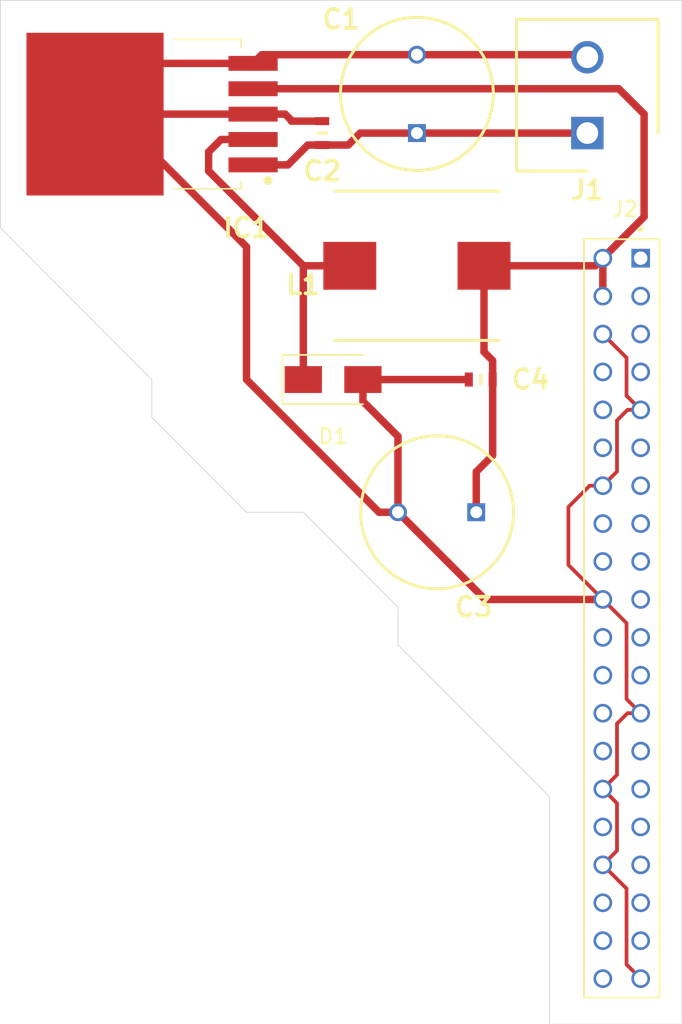
<source format=kicad_pcb>
(kicad_pcb (version 20171130) (host pcbnew "(5.1.5)-3")

  (general
    (thickness 1.6)
    (drawings 14)
    (tracks 80)
    (zones 0)
    (modules 9)
    (nets 35)
  )

  (page A4)
  (layers
    (0 F.Cu signal)
    (31 B.Cu signal)
    (32 B.Adhes user)
    (33 F.Adhes user)
    (34 B.Paste user)
    (35 F.Paste user)
    (36 B.SilkS user)
    (37 F.SilkS user)
    (38 B.Mask user)
    (39 F.Mask user)
    (40 Dwgs.User user)
    (41 Cmts.User user)
    (42 Eco1.User user)
    (43 Eco2.User user)
    (44 Edge.Cuts user)
    (45 Margin user)
    (46 B.CrtYd user)
    (47 F.CrtYd user)
    (48 B.Fab user)
    (49 F.Fab user)
  )

  (setup
    (last_trace_width 0.25)
    (user_trace_width 0.25)
    (user_trace_width 0.5)
    (trace_clearance 0.2)
    (zone_clearance 0.508)
    (zone_45_only no)
    (trace_min 0.2)
    (via_size 0.8)
    (via_drill 0.4)
    (via_min_size 0.4)
    (via_min_drill 0.3)
    (uvia_size 0.3)
    (uvia_drill 0.1)
    (uvias_allowed no)
    (uvia_min_size 0.2)
    (uvia_min_drill 0.1)
    (edge_width 0.05)
    (segment_width 0.2)
    (pcb_text_width 0.3)
    (pcb_text_size 1.5 1.5)
    (mod_edge_width 0.12)
    (mod_text_size 1 1)
    (mod_text_width 0.15)
    (pad_size 1.524 1.524)
    (pad_drill 0.762)
    (pad_to_mask_clearance 0.051)
    (solder_mask_min_width 0.25)
    (aux_axis_origin 0 0)
    (visible_elements FFFFFF7F)
    (pcbplotparams
      (layerselection 0x010fc_ffffffff)
      (usegerberextensions false)
      (usegerberattributes false)
      (usegerberadvancedattributes false)
      (creategerberjobfile false)
      (excludeedgelayer true)
      (linewidth 0.100000)
      (plotframeref false)
      (viasonmask false)
      (mode 1)
      (useauxorigin false)
      (hpglpennumber 1)
      (hpglpenspeed 20)
      (hpglpendiameter 15.000000)
      (psnegative false)
      (psa4output false)
      (plotreference true)
      (plotvalue true)
      (plotinvisibletext false)
      (padsonsilk false)
      (subtractmaskfromsilk false)
      (outputformat 1)
      (mirror false)
      (drillshape 1)
      (scaleselection 1)
      (outputdirectory ""))
  )

  (net 0 "")
  (net 1 GND)
  (net 2 /5V_Reg/V_In)
  (net 3 /5V_Reg/V_Out)
  (net 4 "Net-(D1-Pad1)")
  (net 5 "Net-(J2-Pad1)")
  (net 6 "Net-(J2-Pad3)")
  (net 7 "Net-(J2-Pad5)")
  (net 8 "Net-(J2-Pad7)")
  (net 9 "Net-(J2-Pad8)")
  (net 10 "Net-(J2-Pad10)")
  (net 11 "Net-(J2-Pad11)")
  (net 12 "Net-(J2-Pad12)")
  (net 13 "Net-(J2-Pad13)")
  (net 14 "Net-(J2-Pad15)")
  (net 15 "Net-(J2-Pad16)")
  (net 16 "Net-(J2-Pad17)")
  (net 17 "Net-(J2-Pad18)")
  (net 18 "Net-(J2-Pad19)")
  (net 19 "Net-(J2-Pad21)")
  (net 20 "Net-(J2-Pad22)")
  (net 21 "Net-(J2-Pad23)")
  (net 22 "Net-(J2-Pad24)")
  (net 23 "Net-(J2-Pad26)")
  (net 24 "Net-(J2-Pad27)")
  (net 25 "Net-(J2-Pad28)")
  (net 26 "Net-(J2-Pad29)")
  (net 27 "Net-(J2-Pad31)")
  (net 28 "Net-(J2-Pad32)")
  (net 29 "Net-(J2-Pad33)")
  (net 30 "Net-(J2-Pad35)")
  (net 31 "Net-(J2-Pad36)")
  (net 32 "Net-(J2-Pad37)")
  (net 33 "Net-(J2-Pad38)")
  (net 34 "Net-(J2-Pad40)")

  (net_class Default "This is the default net class."
    (clearance 0.2)
    (trace_width 0.25)
    (via_dia 0.8)
    (via_drill 0.4)
    (uvia_dia 0.3)
    (uvia_drill 0.1)
    (add_net /5V_Reg/V_In)
    (add_net /5V_Reg/V_Out)
    (add_net GND)
    (add_net "Net-(D1-Pad1)")
    (add_net "Net-(J2-Pad1)")
    (add_net "Net-(J2-Pad10)")
    (add_net "Net-(J2-Pad11)")
    (add_net "Net-(J2-Pad12)")
    (add_net "Net-(J2-Pad13)")
    (add_net "Net-(J2-Pad15)")
    (add_net "Net-(J2-Pad16)")
    (add_net "Net-(J2-Pad17)")
    (add_net "Net-(J2-Pad18)")
    (add_net "Net-(J2-Pad19)")
    (add_net "Net-(J2-Pad21)")
    (add_net "Net-(J2-Pad22)")
    (add_net "Net-(J2-Pad23)")
    (add_net "Net-(J2-Pad24)")
    (add_net "Net-(J2-Pad26)")
    (add_net "Net-(J2-Pad27)")
    (add_net "Net-(J2-Pad28)")
    (add_net "Net-(J2-Pad29)")
    (add_net "Net-(J2-Pad3)")
    (add_net "Net-(J2-Pad31)")
    (add_net "Net-(J2-Pad32)")
    (add_net "Net-(J2-Pad33)")
    (add_net "Net-(J2-Pad35)")
    (add_net "Net-(J2-Pad36)")
    (add_net "Net-(J2-Pad37)")
    (add_net "Net-(J2-Pad38)")
    (add_net "Net-(J2-Pad40)")
    (add_net "Net-(J2-Pad5)")
    (add_net "Net-(J2-Pad7)")
    (add_net "Net-(J2-Pad8)")
  )

  (net_class 3A ""
    (clearance 0.2)
    (trace_width 0.5)
    (via_dia 0.8)
    (via_drill 0.4)
    (uvia_dia 0.3)
    (uvia_drill 0.1)
  )

  (module SamacSys_Parts:INDPM110100X400N (layer F.Cu) (tedit 0) (tstamp 613BB49E)
    (at 201.93 68.58)
    (descr SRP1038A-470M)
    (tags Inductor)
    (path /613D21F8/613C4D09)
    (attr smd)
    (fp_text reference L1 (at -7.62 1.27) (layer F.SilkS)
      (effects (font (size 1.27 1.27) (thickness 0.254)))
    )
    (fp_text value 47uH (at 0 0) (layer F.SilkS) hide
      (effects (font (size 1.27 1.27) (thickness 0.254)))
    )
    (fp_line (start -5.5 5) (end 5.5 5) (layer F.SilkS) (width 0.2))
    (fp_line (start 5.5 -5) (end -5.5 -5) (layer F.SilkS) (width 0.2))
    (fp_line (start -5.5 5) (end -5.5 -5) (layer F.Fab) (width 0.1))
    (fp_line (start 5.5 5) (end -5.5 5) (layer F.Fab) (width 0.1))
    (fp_line (start 5.5 -5) (end 5.5 5) (layer F.Fab) (width 0.1))
    (fp_line (start -5.5 -5) (end 5.5 -5) (layer F.Fab) (width 0.1))
    (fp_line (start -6.525 5.4) (end -6.525 -5.4) (layer F.CrtYd) (width 0.05))
    (fp_line (start 6.525 5.4) (end -6.525 5.4) (layer F.CrtYd) (width 0.05))
    (fp_line (start 6.525 -5.4) (end 6.525 5.4) (layer F.CrtYd) (width 0.05))
    (fp_line (start -6.525 -5.4) (end 6.525 -5.4) (layer F.CrtYd) (width 0.05))
    (fp_text user %R (at 0 0) (layer F.Fab)
      (effects (font (size 1.27 1.27) (thickness 0.254)))
    )
    (pad 2 smd rect (at 4.5 0 90) (size 3.2 3.55) (layers F.Cu F.Paste F.Mask)
      (net 3 /5V_Reg/V_Out))
    (pad 1 smd rect (at -4.5 0 90) (size 3.2 3.55) (layers F.Cu F.Paste F.Mask)
      (net 4 "Net-(D1-Pad1)"))
    (model C:\SamacSys_PCB_Library\KiCad\SamacSys_Parts.3dshapes\SRP1038A-470M.stp
      (at (xyz 0 0 0))
      (scale (xyz 1 1 1))
      (rotate (xyz 0 0 0))
    )
  )

  (module SamacSys_Parts:TE_2-215309-0 (layer F.Cu) (tedit 613A5BB8) (tstamp 613BB48D)
    (at 216.94 68.07 270)
    (path /613E71D7)
    (fp_text reference J2 (at -3.3 1.04 180) (layer F.SilkS)
      (effects (font (size 1 1) (thickness 0.15)))
    )
    (fp_text value 2-215309-0 (at 5.985 5.415 90) (layer F.Fab)
      (effects (font (size 1 1) (thickness 0.15)))
    )
    (fp_line (start -1.27 3.8) (end -1.27 -1.26) (layer F.Fab) (width 0.127))
    (fp_line (start -1.27 -1.26) (end 49.53 -1.26) (layer F.Fab) (width 0.127))
    (fp_line (start 49.53 -1.26) (end 49.53 3.8) (layer F.Fab) (width 0.127))
    (fp_line (start 49.53 3.8) (end -1.27 3.8) (layer F.Fab) (width 0.127))
    (fp_line (start -1.27 3.8) (end -1.27 3.8) (layer F.Fab) (width 0.127))
    (fp_line (start -1.27 3.8) (end 49.53 3.8) (layer F.Fab) (width 0.127))
    (fp_line (start 49.53 3.8) (end 49.53 3.8) (layer F.Fab) (width 0.127))
    (fp_line (start -1.27 3.8) (end -1.27 -1.26) (layer F.SilkS) (width 0.127))
    (fp_line (start 49.53 -1.26) (end 49.53 3.8) (layer F.SilkS) (width 0.127))
    (fp_line (start 49.53 -1.26) (end -1.27 -1.26) (layer F.SilkS) (width 0.127))
    (fp_line (start 49.53 3.8) (end -1.27 3.8) (layer F.SilkS) (width 0.127))
    (fp_line (start -1.52 4.05) (end -1.52 -1.51) (layer F.CrtYd) (width 0.05))
    (fp_line (start -1.52 -1.51) (end 49.78 -1.51) (layer F.CrtYd) (width 0.05))
    (fp_line (start 49.78 -1.51) (end 49.78 4.05) (layer F.CrtYd) (width 0.05))
    (fp_line (start 49.78 4.05) (end -1.52 4.05) (layer F.CrtYd) (width 0.05))
    (fp_circle (center -1.92 0) (end -1.82 0) (layer F.SilkS) (width 0.2))
    (fp_circle (center -1.92 0) (end -1.82 0) (layer F.Fab) (width 0.2))
    (pad 1 thru_hole rect (at 0 0 270) (size 1.25 1.25) (drill 0.9) (layers *.Cu *.Mask)
      (net 5 "Net-(J2-Pad1)"))
    (pad 2 thru_hole circle (at 0 2.54 270) (size 1.25 1.25) (drill 0.9) (layers *.Cu *.Mask)
      (net 3 /5V_Reg/V_Out))
    (pad 3 thru_hole circle (at 2.54 0 270) (size 1.25 1.25) (drill 0.9) (layers *.Cu *.Mask)
      (net 6 "Net-(J2-Pad3)"))
    (pad 4 thru_hole circle (at 2.54 2.54 270) (size 1.25 1.25) (drill 0.9) (layers *.Cu *.Mask)
      (net 3 /5V_Reg/V_Out))
    (pad 5 thru_hole circle (at 5.08 0 270) (size 1.25 1.25) (drill 0.9) (layers *.Cu *.Mask)
      (net 7 "Net-(J2-Pad5)"))
    (pad 6 thru_hole circle (at 5.08 2.54 270) (size 1.25 1.25) (drill 0.9) (layers *.Cu *.Mask)
      (net 1 GND))
    (pad 7 thru_hole circle (at 7.62 0 270) (size 1.25 1.25) (drill 0.9) (layers *.Cu *.Mask)
      (net 8 "Net-(J2-Pad7)"))
    (pad 8 thru_hole circle (at 7.62 2.54 270) (size 1.25 1.25) (drill 0.9) (layers *.Cu *.Mask)
      (net 9 "Net-(J2-Pad8)"))
    (pad 9 thru_hole circle (at 10.16 0 270) (size 1.25 1.25) (drill 0.9) (layers *.Cu *.Mask)
      (net 1 GND))
    (pad 10 thru_hole circle (at 10.16 2.54 270) (size 1.25 1.25) (drill 0.9) (layers *.Cu *.Mask)
      (net 10 "Net-(J2-Pad10)"))
    (pad 11 thru_hole circle (at 12.7 0 270) (size 1.25 1.25) (drill 0.9) (layers *.Cu *.Mask)
      (net 11 "Net-(J2-Pad11)"))
    (pad 12 thru_hole circle (at 12.7 2.54 270) (size 1.25 1.25) (drill 0.9) (layers *.Cu *.Mask)
      (net 12 "Net-(J2-Pad12)"))
    (pad 13 thru_hole circle (at 15.24 0 270) (size 1.25 1.25) (drill 0.9) (layers *.Cu *.Mask)
      (net 13 "Net-(J2-Pad13)"))
    (pad 14 thru_hole circle (at 15.24 2.54 270) (size 1.25 1.25) (drill 0.9) (layers *.Cu *.Mask)
      (net 1 GND))
    (pad 15 thru_hole circle (at 17.78 0 270) (size 1.25 1.25) (drill 0.9) (layers *.Cu *.Mask)
      (net 14 "Net-(J2-Pad15)"))
    (pad 16 thru_hole circle (at 17.78 2.54 270) (size 1.25 1.25) (drill 0.9) (layers *.Cu *.Mask)
      (net 15 "Net-(J2-Pad16)"))
    (pad 17 thru_hole circle (at 20.32 0 270) (size 1.25 1.25) (drill 0.9) (layers *.Cu *.Mask)
      (net 16 "Net-(J2-Pad17)"))
    (pad 18 thru_hole circle (at 20.32 2.54 270) (size 1.25 1.25) (drill 0.9) (layers *.Cu *.Mask)
      (net 17 "Net-(J2-Pad18)"))
    (pad 19 thru_hole circle (at 22.86 0 270) (size 1.25 1.25) (drill 0.9) (layers *.Cu *.Mask)
      (net 18 "Net-(J2-Pad19)"))
    (pad 20 thru_hole circle (at 22.86 2.54 270) (size 1.25 1.25) (drill 0.9) (layers *.Cu *.Mask)
      (net 1 GND))
    (pad 21 thru_hole circle (at 25.4 0 270) (size 1.25 1.25) (drill 0.9) (layers *.Cu *.Mask)
      (net 19 "Net-(J2-Pad21)"))
    (pad 22 thru_hole circle (at 25.4 2.54 270) (size 1.25 1.25) (drill 0.9) (layers *.Cu *.Mask)
      (net 20 "Net-(J2-Pad22)"))
    (pad 23 thru_hole circle (at 27.94 0 270) (size 1.25 1.25) (drill 0.9) (layers *.Cu *.Mask)
      (net 21 "Net-(J2-Pad23)"))
    (pad 24 thru_hole circle (at 27.94 2.54 270) (size 1.25 1.25) (drill 0.9) (layers *.Cu *.Mask)
      (net 22 "Net-(J2-Pad24)"))
    (pad 25 thru_hole circle (at 30.48 0 270) (size 1.25 1.25) (drill 0.9) (layers *.Cu *.Mask)
      (net 1 GND))
    (pad 26 thru_hole circle (at 30.48 2.54 270) (size 1.25 1.25) (drill 0.9) (layers *.Cu *.Mask)
      (net 23 "Net-(J2-Pad26)"))
    (pad 27 thru_hole circle (at 33.02 0 270) (size 1.25 1.25) (drill 0.9) (layers *.Cu *.Mask)
      (net 24 "Net-(J2-Pad27)"))
    (pad 28 thru_hole circle (at 33.02 2.54 270) (size 1.25 1.25) (drill 0.9) (layers *.Cu *.Mask)
      (net 25 "Net-(J2-Pad28)"))
    (pad 29 thru_hole circle (at 35.56 0 270) (size 1.25 1.25) (drill 0.9) (layers *.Cu *.Mask)
      (net 26 "Net-(J2-Pad29)"))
    (pad 30 thru_hole circle (at 35.56 2.54 270) (size 1.25 1.25) (drill 0.9) (layers *.Cu *.Mask)
      (net 1 GND))
    (pad 31 thru_hole circle (at 38.1 0 270) (size 1.25 1.25) (drill 0.9) (layers *.Cu *.Mask)
      (net 27 "Net-(J2-Pad31)"))
    (pad 32 thru_hole circle (at 38.1 2.54 270) (size 1.25 1.25) (drill 0.9) (layers *.Cu *.Mask)
      (net 28 "Net-(J2-Pad32)"))
    (pad 33 thru_hole circle (at 40.64 0 270) (size 1.25 1.25) (drill 0.9) (layers *.Cu *.Mask)
      (net 29 "Net-(J2-Pad33)"))
    (pad 34 thru_hole circle (at 40.64 2.54 270) (size 1.25 1.25) (drill 0.9) (layers *.Cu *.Mask)
      (net 1 GND))
    (pad 35 thru_hole circle (at 43.18 0 270) (size 1.25 1.25) (drill 0.9) (layers *.Cu *.Mask)
      (net 30 "Net-(J2-Pad35)"))
    (pad 36 thru_hole circle (at 43.18 2.54 270) (size 1.25 1.25) (drill 0.9) (layers *.Cu *.Mask)
      (net 31 "Net-(J2-Pad36)"))
    (pad 37 thru_hole circle (at 45.72 0 270) (size 1.25 1.25) (drill 0.9) (layers *.Cu *.Mask)
      (net 32 "Net-(J2-Pad37)"))
    (pad 38 thru_hole circle (at 45.72 2.54 270) (size 1.25 1.25) (drill 0.9) (layers *.Cu *.Mask)
      (net 33 "Net-(J2-Pad38)"))
    (pad 39 thru_hole circle (at 48.26 0 270) (size 1.25 1.25) (drill 0.9) (layers *.Cu *.Mask)
      (net 1 GND))
    (pad 40 thru_hole circle (at 48.26 2.54 270) (size 1.25 1.25) (drill 0.9) (layers *.Cu *.Mask)
      (net 34 "Net-(J2-Pad40)"))
  )

  (module SamacSys_Parts:SHDR2W90P0X508_1X2_1016X950X1500P (layer F.Cu) (tedit 0) (tstamp 613BB450)
    (at 213.36 59.69 90)
    (descr "MC 1,5/ 2-G-3,81_a")
    (tags Connector)
    (path /613DE00D)
    (fp_text reference J1 (at -3.81 0 180) (layer F.SilkS)
      (effects (font (size 1.27 1.27) (thickness 0.254)))
    )
    (fp_text value 1888687 (at 0 0 90) (layer F.SilkS) hide
      (effects (font (size 1.27 1.27) (thickness 0.254)))
    )
    (fp_line (start -2.54 -4.75) (end -2.54 0) (layer F.SilkS) (width 0.2))
    (fp_line (start 7.62 -4.75) (end -2.54 -4.75) (layer F.SilkS) (width 0.2))
    (fp_line (start 7.62 4.75) (end 7.62 -4.75) (layer F.SilkS) (width 0.2))
    (fp_line (start 0 4.75) (end 7.62 4.75) (layer F.SilkS) (width 0.2))
    (fp_line (start 7.62 4.75) (end -2.54 4.75) (layer F.Fab) (width 0.1))
    (fp_line (start 7.62 -4.75) (end 7.62 4.75) (layer F.Fab) (width 0.1))
    (fp_line (start -2.54 -4.75) (end 7.62 -4.75) (layer F.Fab) (width 0.1))
    (fp_line (start -2.54 4.75) (end -2.54 -4.75) (layer F.Fab) (width 0.1))
    (fp_line (start 7.87 5) (end -2.79 5) (layer F.CrtYd) (width 0.05))
    (fp_line (start 7.87 -5) (end 7.87 5) (layer F.CrtYd) (width 0.05))
    (fp_line (start -2.79 -5) (end 7.87 -5) (layer F.CrtYd) (width 0.05))
    (fp_line (start -2.79 5) (end -2.79 -5) (layer F.CrtYd) (width 0.05))
    (fp_text user %R (at 0 0 90) (layer F.Fab)
      (effects (font (size 1.27 1.27) (thickness 0.254)))
    )
    (pad 2 thru_hole circle (at 5.08 0 90) (size 2.175 2.175) (drill 1.45) (layers *.Cu *.Mask)
      (net 1 GND))
    (pad 1 thru_hole rect (at 0 0 90) (size 2.175 2.175) (drill 1.45) (layers *.Cu *.Mask)
      (net 2 /5V_Reg/V_In))
    (model C:\SamacSys_PCB_Library\KiCad\SamacSys_Parts.3dshapes\1888687.stp
      (at (xyz 0 0 0))
      (scale (xyz 1 1 1))
      (rotate (xyz 0 0 0))
    )
  )

  (module SamacSys_Parts:TS2596CM550RNG (layer F.Cu) (tedit 0) (tstamp 613BB43D)
    (at 185.64 58.42 90)
    (descr "TS2596CM550 RNG-1")
    (tags "Integrated Circuit")
    (path /613D21F8/613C5862)
    (attr smd)
    (fp_text reference IC1 (at -7.62 4.86 180) (layer F.SilkS)
      (effects (font (size 1.27 1.27) (thickness 0.254)))
    )
    (fp_text value TS2596CM550_RNG (at 0 -1.475 90) (layer F.SilkS) hide
      (effects (font (size 1.27 1.27) (thickness 0.254)))
    )
    (fp_arc (start -4.45 6.3) (end -4.4 6.3) (angle -180) (layer F.SilkS) (width 0.5))
    (fp_arc (start -4.45 6.3) (end -4.5 6.3) (angle -180) (layer F.SilkS) (width 0.5))
    (fp_line (start -4.4 6.3) (end -4.4 6.3) (layer F.SilkS) (width 0.5))
    (fp_line (start -4.5 6.3) (end -4.5 6.3) (layer F.SilkS) (width 0.5))
    (fp_line (start 5 4.5) (end 4.5 4.5) (layer F.SilkS) (width 0.1))
    (fp_line (start 5 0) (end 5 4.5) (layer F.SilkS) (width 0.1))
    (fp_line (start -5 4.5) (end -4.5 4.5) (layer F.SilkS) (width 0.1))
    (fp_line (start -5 0) (end -5 4.5) (layer F.SilkS) (width 0.1))
    (fp_line (start -6.45 7.95) (end -6.45 -10.9) (layer F.CrtYd) (width 0.1))
    (fp_line (start 6.45 7.95) (end -6.45 7.95) (layer F.CrtYd) (width 0.1))
    (fp_line (start 6.45 -10.9) (end 6.45 7.95) (layer F.CrtYd) (width 0.1))
    (fp_line (start -6.45 -10.9) (end 6.45 -10.9) (layer F.CrtYd) (width 0.1))
    (fp_line (start -5 4.5) (end -5 -4.5) (layer F.Fab) (width 0.2))
    (fp_line (start 5 4.5) (end -5 4.5) (layer F.Fab) (width 0.2))
    (fp_line (start 5 -4.5) (end 5 4.5) (layer F.Fab) (width 0.2))
    (fp_line (start -5 -4.5) (end 5 -4.5) (layer F.Fab) (width 0.2))
    (fp_text user %R (at 0 -1.475 90) (layer F.Fab)
      (effects (font (size 1.27 1.27) (thickness 0.254)))
    )
    (pad 6 smd rect (at 0 -5.3 180) (size 9.2 10.9) (layers F.Cu F.Paste F.Mask)
      (net 1 GND))
    (pad 5 smd rect (at 3.4 5.3 90) (size 1 3.3) (layers F.Cu F.Paste F.Mask)
      (net 1 GND))
    (pad 4 smd rect (at 1.7 5.3 90) (size 1 3.3) (layers F.Cu F.Paste F.Mask)
      (net 3 /5V_Reg/V_Out))
    (pad 3 smd rect (at 0 5.3 90) (size 1 3.3) (layers F.Cu F.Paste F.Mask)
      (net 1 GND))
    (pad 2 smd rect (at -1.7 5.3 90) (size 1 3.3) (layers F.Cu F.Paste F.Mask)
      (net 4 "Net-(D1-Pad1)"))
    (pad 1 smd rect (at -3.4 5.3 90) (size 1 3.3) (layers F.Cu F.Paste F.Mask)
      (net 2 /5V_Reg/V_In))
    (model C:\SamacSys_PCB_Library\KiCad\SamacSys_Parts.3dshapes\TS2596CM550_RNG.stp
      (at (xyz 0 0 0))
      (scale (xyz 1 1 1))
      (rotate (xyz 0 0 0))
    )
  )

  (module Diode_SMD:D_SMA (layer F.Cu) (tedit 586432E5) (tstamp 613BB422)
    (at 196.31 76.2)
    (descr "Diode SMA (DO-214AC)")
    (tags "Diode SMA (DO-214AC)")
    (path /613D21F8/613A871A)
    (attr smd)
    (fp_text reference D1 (at 0 3.81) (layer F.SilkS)
      (effects (font (size 1 1) (thickness 0.15)))
    )
    (fp_text value "TSSA3U45 R3G" (at 0 2.6) (layer F.Fab)
      (effects (font (size 1 1) (thickness 0.15)))
    )
    (fp_line (start -3.4 -1.65) (end 2 -1.65) (layer F.SilkS) (width 0.12))
    (fp_line (start -3.4 1.65) (end 2 1.65) (layer F.SilkS) (width 0.12))
    (fp_line (start -0.64944 0.00102) (end 0.50118 -0.79908) (layer F.Fab) (width 0.1))
    (fp_line (start -0.64944 0.00102) (end 0.50118 0.75032) (layer F.Fab) (width 0.1))
    (fp_line (start 0.50118 0.75032) (end 0.50118 -0.79908) (layer F.Fab) (width 0.1))
    (fp_line (start -0.64944 -0.79908) (end -0.64944 0.80112) (layer F.Fab) (width 0.1))
    (fp_line (start 0.50118 0.00102) (end 1.4994 0.00102) (layer F.Fab) (width 0.1))
    (fp_line (start -0.64944 0.00102) (end -1.55114 0.00102) (layer F.Fab) (width 0.1))
    (fp_line (start -3.5 1.75) (end -3.5 -1.75) (layer F.CrtYd) (width 0.05))
    (fp_line (start 3.5 1.75) (end -3.5 1.75) (layer F.CrtYd) (width 0.05))
    (fp_line (start 3.5 -1.75) (end 3.5 1.75) (layer F.CrtYd) (width 0.05))
    (fp_line (start -3.5 -1.75) (end 3.5 -1.75) (layer F.CrtYd) (width 0.05))
    (fp_line (start 2.3 -1.5) (end -2.3 -1.5) (layer F.Fab) (width 0.1))
    (fp_line (start 2.3 -1.5) (end 2.3 1.5) (layer F.Fab) (width 0.1))
    (fp_line (start -2.3 1.5) (end -2.3 -1.5) (layer F.Fab) (width 0.1))
    (fp_line (start 2.3 1.5) (end -2.3 1.5) (layer F.Fab) (width 0.1))
    (fp_line (start -3.4 -1.65) (end -3.4 1.65) (layer F.SilkS) (width 0.12))
    (fp_text user %R (at 0 -2.5) (layer F.Fab)
      (effects (font (size 1 1) (thickness 0.15)))
    )
    (pad 2 smd rect (at 2 0) (size 2.5 1.8) (layers F.Cu F.Paste F.Mask)
      (net 1 GND))
    (pad 1 smd rect (at -2 0) (size 2.5 1.8) (layers F.Cu F.Paste F.Mask)
      (net 4 "Net-(D1-Pad1)"))
    (model ${KISYS3DMOD}/Diode_SMD.3dshapes/D_SMA.wrl
      (at (xyz 0 0 0))
      (scale (xyz 1 1 1))
      (rotate (xyz 0 0 0))
    )
  )

  (module SamacSys_Parts:CAPC1608X90N (layer F.Cu) (tedit 0) (tstamp 613BB40A)
    (at 206.21 76.2 180)
    (descr "CGA3 [EIA CC0603] Thickness 0.8")
    (tags Capacitor)
    (path /613D21F8/613BF939)
    (attr smd)
    (fp_text reference C4 (at -3.34 0) (layer F.SilkS)
      (effects (font (size 1.27 1.27) (thickness 0.254)))
    )
    (fp_text value 0.1uF (at 0 0) (layer F.SilkS) hide
      (effects (font (size 1.27 1.27) (thickness 0.254)))
    )
    (fp_line (start 0 -0.3) (end 0 0.3) (layer F.SilkS) (width 0.2))
    (fp_line (start -0.8 0.4) (end -0.8 -0.4) (layer F.Fab) (width 0.1))
    (fp_line (start 0.8 0.4) (end -0.8 0.4) (layer F.Fab) (width 0.1))
    (fp_line (start 0.8 -0.4) (end 0.8 0.4) (layer F.Fab) (width 0.1))
    (fp_line (start -0.8 -0.4) (end 0.8 -0.4) (layer F.Fab) (width 0.1))
    (fp_line (start -1.22 0.62) (end -1.22 -0.62) (layer F.CrtYd) (width 0.05))
    (fp_line (start 1.22 0.62) (end -1.22 0.62) (layer F.CrtYd) (width 0.05))
    (fp_line (start 1.22 -0.62) (end 1.22 0.62) (layer F.CrtYd) (width 0.05))
    (fp_line (start -1.22 -0.62) (end 1.22 -0.62) (layer F.CrtYd) (width 0.05))
    (fp_text user %R (at 0 0) (layer F.Fab)
      (effects (font (size 1.27 1.27) (thickness 0.254)))
    )
    (pad 2 smd rect (at 0.8 0 180) (size 0.54 0.94) (layers F.Cu F.Paste F.Mask)
      (net 1 GND))
    (pad 1 smd rect (at -0.8 0 180) (size 0.54 0.94) (layers F.Cu F.Paste F.Mask)
      (net 3 /5V_Reg/V_Out))
    (model C:\SamacSys_PCB_Library\KiCad\SamacSys_Parts.3dshapes\CGA3E2X7R1E104K080AA.stp
      (at (xyz 0 0 0))
      (scale (xyz 1 1 1))
      (rotate (xyz 0 0 0))
    )
  )

  (module SamacSys_Parts:CAPPRD525W60D1025H1750 (layer F.Cu) (tedit 0) (tstamp 613BB3FA)
    (at 205.91 85.09 180)
    (descr 10x16)
    (tags "Capacitor Polarised")
    (path /613D21F8/613CC4DB)
    (fp_text reference C3 (at 0.17 -6.35) (layer F.SilkS)
      (effects (font (size 1.27 1.27) (thickness 0.254)))
    )
    (fp_text value 470uF (at 0 0) (layer F.SilkS) hide
      (effects (font (size 1.27 1.27) (thickness 0.254)))
    )
    (fp_circle (center 2.625 0) (end 2.625 5.125) (layer F.Fab) (width 0.1))
    (fp_circle (center 2.625 0) (end 2.625 5.125) (layer F.SilkS) (width 0.2))
    (fp_text user %R (at 0 0) (layer F.Fab)
      (effects (font (size 1.27 1.27) (thickness 0.254)))
    )
    (pad 2 thru_hole circle (at 5.25 0 180) (size 1.2 1.2) (drill 0.8) (layers *.Cu *.Mask)
      (net 1 GND))
    (pad 1 thru_hole rect (at 0 0 180) (size 1.2 1.2) (drill 0.8) (layers *.Cu *.Mask)
      (net 3 /5V_Reg/V_Out))
    (model C:\SamacSys_PCB_Library\KiCad\SamacSys_Parts.3dshapes\477CKS035M.stp
      (at (xyz 0 0 0))
      (scale (xyz 1 1 1))
      (rotate (xyz 0 0 0))
    )
  )

  (module SamacSys_Parts:CAPC1608X90N (layer F.Cu) (tedit 0) (tstamp 613BB3F1)
    (at 195.58 59.69 90)
    (descr "CGA3 [EIA CC0603] Thickness 0.8")
    (tags Capacitor)
    (path /613D21F8/613CF5F2)
    (attr smd)
    (fp_text reference C2 (at -2.54 0 180) (layer F.SilkS)
      (effects (font (size 1.27 1.27) (thickness 0.254)))
    )
    (fp_text value 0.1uF (at 0 0 90) (layer F.SilkS) hide
      (effects (font (size 1.27 1.27) (thickness 0.254)))
    )
    (fp_line (start 0 -0.3) (end 0 0.3) (layer F.SilkS) (width 0.2))
    (fp_line (start -0.8 0.4) (end -0.8 -0.4) (layer F.Fab) (width 0.1))
    (fp_line (start 0.8 0.4) (end -0.8 0.4) (layer F.Fab) (width 0.1))
    (fp_line (start 0.8 -0.4) (end 0.8 0.4) (layer F.Fab) (width 0.1))
    (fp_line (start -0.8 -0.4) (end 0.8 -0.4) (layer F.Fab) (width 0.1))
    (fp_line (start -1.22 0.62) (end -1.22 -0.62) (layer F.CrtYd) (width 0.05))
    (fp_line (start 1.22 0.62) (end -1.22 0.62) (layer F.CrtYd) (width 0.05))
    (fp_line (start 1.22 -0.62) (end 1.22 0.62) (layer F.CrtYd) (width 0.05))
    (fp_line (start -1.22 -0.62) (end 1.22 -0.62) (layer F.CrtYd) (width 0.05))
    (fp_text user %R (at 0 0 90) (layer F.Fab)
      (effects (font (size 1.27 1.27) (thickness 0.254)))
    )
    (pad 2 smd rect (at 0.8 0 90) (size 0.54 0.94) (layers F.Cu F.Paste F.Mask)
      (net 1 GND))
    (pad 1 smd rect (at -0.8 0 90) (size 0.54 0.94) (layers F.Cu F.Paste F.Mask)
      (net 2 /5V_Reg/V_In))
    (model C:\SamacSys_PCB_Library\KiCad\SamacSys_Parts.3dshapes\CGA3E2X7R1E104K080AA.stp
      (at (xyz 0 0 0))
      (scale (xyz 1 1 1))
      (rotate (xyz 0 0 0))
    )
  )

  (module SamacSys_Parts:CAPPRD525W60D1025H1750 (layer F.Cu) (tedit 0) (tstamp 613BB3E1)
    (at 201.93 59.69 90)
    (descr 10x16)
    (tags "Capacitor Polarised")
    (path /613D21F8/613C361F)
    (fp_text reference C1 (at 7.62 -5.08 180) (layer F.SilkS)
      (effects (font (size 1.27 1.27) (thickness 0.254)))
    )
    (fp_text value 470uF (at 0 0 90) (layer F.SilkS) hide
      (effects (font (size 1.27 1.27) (thickness 0.254)))
    )
    (fp_circle (center 2.625 0) (end 2.625 5.125) (layer F.Fab) (width 0.1))
    (fp_circle (center 2.625 0) (end 2.625 5.125) (layer F.SilkS) (width 0.2))
    (fp_text user %R (at 0 0 90) (layer F.Fab)
      (effects (font (size 1.27 1.27) (thickness 0.254)))
    )
    (pad 2 thru_hole circle (at 5.25 0 90) (size 1.2 1.2) (drill 0.8) (layers *.Cu *.Mask)
      (net 1 GND))
    (pad 1 thru_hole rect (at 0 0 90) (size 1.2 1.2) (drill 0.8) (layers *.Cu *.Mask)
      (net 2 /5V_Reg/V_In))
    (model C:\SamacSys_PCB_Library\KiCad\SamacSys_Parts.3dshapes\477CKS035M.stp
      (at (xyz 0 0 0))
      (scale (xyz 1 1 1))
      (rotate (xyz 0 0 0))
    )
  )

  (gr_line (start 194.31 85.09) (end 190.5 85.09) (layer Edge.Cuts) (width 0.05) (tstamp 613BC304))
  (gr_line (start 189.23 83.82) (end 190.5 85.09) (layer Edge.Cuts) (width 0.05))
  (gr_line (start 195.58 86.36) (end 194.31 85.09) (layer Edge.Cuts) (width 0.05))
  (gr_line (start 184.15 78.74) (end 189.23 83.82) (layer Edge.Cuts) (width 0.05))
  (gr_line (start 200.66 91.44) (end 195.58 86.36) (layer Edge.Cuts) (width 0.05))
  (gr_line (start 184.15 76.2) (end 184.15 78.74) (layer Edge.Cuts) (width 0.05))
  (gr_line (start 173.99 66.04) (end 184.15 76.2) (layer Edge.Cuts) (width 0.05))
  (gr_line (start 200.66 93.98) (end 200.66 91.44) (layer Edge.Cuts) (width 0.05))
  (gr_line (start 210.82 104.14) (end 200.66 93.98) (layer Edge.Cuts) (width 0.05))
  (gr_line (start 219.71 119.38) (end 210.82 119.38) (layer Edge.Cuts) (width 0.05) (tstamp 613BC300))
  (gr_line (start 173.99 50.8) (end 173.99 66.04) (layer Edge.Cuts) (width 0.05))
  (gr_line (start 210.82 119.38) (end 210.82 104.14) (layer Edge.Cuts) (width 0.05))
  (gr_line (start 219.71 119.38) (end 219.71 50.8) (layer Edge.Cuts) (width 0.05) (tstamp 613B9A6D))
  (gr_line (start 219.71 50.8) (end 173.99 50.8) (layer Edge.Cuts) (width 0.05))

  (segment (start 213.19 54.44) (end 213.36 54.61) (width 0.5) (layer F.Cu) (net 1))
  (segment (start 201.93 54.44) (end 213.19 54.44) (width 0.5) (layer F.Cu) (net 1))
  (segment (start 195.58 58.89) (end 193.51 58.89) (width 0.5) (layer F.Cu) (net 1))
  (segment (start 193.09 58.42) (end 190.94 58.42) (width 0.5) (layer F.Cu) (net 1))
  (segment (start 193.51 58.84) (end 193.09 58.42) (width 0.5) (layer F.Cu) (net 1))
  (segment (start 193.51 58.89) (end 193.51 58.84) (width 0.5) (layer F.Cu) (net 1))
  (segment (start 191.52 54.44) (end 190.94 55.02) (width 0.5) (layer F.Cu) (net 1))
  (segment (start 201.93 54.44) (end 191.52 54.44) (width 0.5) (layer F.Cu) (net 1))
  (segment (start 183.74 55.02) (end 180.34 58.42) (width 0.5) (layer F.Cu) (net 1))
  (segment (start 190.94 55.02) (end 183.74 55.02) (width 0.5) (layer F.Cu) (net 1))
  (segment (start 180.34 58.42) (end 190.94 58.42) (width 0.5) (layer F.Cu) (net 1))
  (segment (start 205.41 76.2) (end 198.31 76.2) (width 0.5) (layer F.Cu) (net 1))
  (segment (start 198.12 76.39) (end 198.31 76.2) (width 0.5) (layer F.Cu) (net 1))
  (segment (start 190.5 67.31) (end 181.61 58.42) (width 0.5) (layer F.Cu) (net 1))
  (segment (start 190.5 76.2) (end 190.5 67.31) (width 0.5) (layer F.Cu) (net 1))
  (segment (start 181.61 58.42) (end 180.34 58.42) (width 0.5) (layer F.Cu) (net 1))
  (segment (start 200.66 85.09) (end 199.39 85.09) (width 0.5) (layer F.Cu) (net 1))
  (segment (start 199.39 85.09) (end 190.5 76.2) (width 0.5) (layer F.Cu) (net 1))
  (segment (start 200.66 85.09) (end 200.66 80.01) (width 0.5) (layer F.Cu) (net 1))
  (segment (start 198.31 77.66) (end 198.31 76.2) (width 0.5) (layer F.Cu) (net 1))
  (segment (start 200.66 80.01) (end 198.31 77.66) (width 0.5) (layer F.Cu) (net 1))
  (segment (start 206.5 90.93) (end 214.4 90.93) (width 0.5) (layer F.Cu) (net 1))
  (segment (start 200.66 85.09) (end 206.5 90.93) (width 0.5) (layer F.Cu) (net 1))
  (segment (start 215.989999 77.279999) (end 216.315001 77.605001) (width 0.25) (layer F.Cu) (net 1))
  (segment (start 215.989999 74.739999) (end 215.989999 77.279999) (width 0.25) (layer F.Cu) (net 1))
  (segment (start 216.315001 77.605001) (end 216.94 78.23) (width 0.25) (layer F.Cu) (net 1))
  (segment (start 214.4 73.15) (end 215.989999 74.739999) (width 0.25) (layer F.Cu) (net 1))
  (segment (start 215.024999 82.685001) (end 214.4 83.31) (width 0.25) (layer F.Cu) (net 1))
  (segment (start 215.350001 82.359999) (end 215.024999 82.685001) (width 0.25) (layer F.Cu) (net 1))
  (segment (start 216.056117 78.23) (end 215.350001 78.936116) (width 0.25) (layer F.Cu) (net 1))
  (segment (start 215.350001 78.936116) (end 215.350001 82.359999) (width 0.25) (layer F.Cu) (net 1))
  (segment (start 216.94 78.23) (end 216.056117 78.23) (width 0.25) (layer F.Cu) (net 1))
  (segment (start 213.516117 83.31) (end 212.09 84.736117) (width 0.25) (layer F.Cu) (net 1))
  (segment (start 214.4 83.31) (end 213.516117 83.31) (width 0.25) (layer F.Cu) (net 1))
  (segment (start 212.09 88.62) (end 214.4 90.93) (width 0.25) (layer F.Cu) (net 1))
  (segment (start 212.09 84.736117) (end 212.09 88.62) (width 0.25) (layer F.Cu) (net 1))
  (segment (start 215.989999 97.599999) (end 216.315001 97.925001) (width 0.25) (layer F.Cu) (net 1))
  (segment (start 215.989999 92.519999) (end 215.989999 97.599999) (width 0.25) (layer F.Cu) (net 1))
  (segment (start 216.315001 97.925001) (end 216.94 98.55) (width 0.25) (layer F.Cu) (net 1))
  (segment (start 214.4 90.93) (end 215.989999 92.519999) (width 0.25) (layer F.Cu) (net 1))
  (segment (start 215.350001 99.256116) (end 215.350001 102.679999) (width 0.25) (layer F.Cu) (net 1))
  (segment (start 216.056117 98.55) (end 215.350001 99.256116) (width 0.25) (layer F.Cu) (net 1))
  (segment (start 215.024999 103.005001) (end 214.4 103.63) (width 0.25) (layer F.Cu) (net 1))
  (segment (start 215.350001 102.679999) (end 215.024999 103.005001) (width 0.25) (layer F.Cu) (net 1))
  (segment (start 216.94 98.55) (end 216.056117 98.55) (width 0.25) (layer F.Cu) (net 1))
  (segment (start 216.315001 115.705001) (end 216.94 116.33) (width 0.25) (layer F.Cu) (net 1))
  (segment (start 215.989999 115.379999) (end 216.315001 115.705001) (width 0.25) (layer F.Cu) (net 1))
  (segment (start 215.989999 110.299999) (end 215.989999 115.379999) (width 0.25) (layer F.Cu) (net 1))
  (segment (start 214.4 108.71) (end 215.989999 110.299999) (width 0.25) (layer F.Cu) (net 1))
  (segment (start 215.350001 107.759999) (end 215.024999 108.085001) (width 0.25) (layer F.Cu) (net 1))
  (segment (start 215.350001 104.580001) (end 215.350001 107.759999) (width 0.25) (layer F.Cu) (net 1))
  (segment (start 215.024999 108.085001) (end 214.4 108.71) (width 0.25) (layer F.Cu) (net 1))
  (segment (start 214.4 103.63) (end 215.350001 104.580001) (width 0.25) (layer F.Cu) (net 1))
  (segment (start 213.36 59.69) (end 201.93 59.69) (width 0.5) (layer F.Cu) (net 2))
  (segment (start 201.93 59.69) (end 198.12 59.69) (width 0.5) (layer F.Cu) (net 2))
  (segment (start 197.32 60.49) (end 195.58 60.49) (width 0.5) (layer F.Cu) (net 2))
  (segment (start 198.12 59.69) (end 197.32 60.49) (width 0.5) (layer F.Cu) (net 2))
  (segment (start 193.09 61.82) (end 190.94 61.82) (width 0.5) (layer F.Cu) (net 2))
  (segment (start 193.28 61.82) (end 193.09 61.82) (width 0.5) (layer F.Cu) (net 2))
  (segment (start 194.61 60.49) (end 193.28 61.82) (width 0.5) (layer F.Cu) (net 2))
  (segment (start 195.58 60.49) (end 194.61 60.49) (width 0.5) (layer F.Cu) (net 2))
  (segment (start 214.4 68.07) (end 214.4 70.61) (width 0.5) (layer F.Cu) (net 3))
  (segment (start 190.94 56.72) (end 215.47 56.72) (width 0.5) (layer F.Cu) (net 3))
  (segment (start 215.47 56.72) (end 217.17 58.42) (width 0.5) (layer F.Cu) (net 3))
  (segment (start 217.17 65.3) (end 214.4 68.07) (width 0.5) (layer F.Cu) (net 3))
  (segment (start 217.17 58.42) (end 217.17 65.3) (width 0.5) (layer F.Cu) (net 3))
  (segment (start 213.89 68.58) (end 214.4 68.07) (width 0.5) (layer F.Cu) (net 3))
  (segment (start 206.43 68.58) (end 213.89 68.58) (width 0.5) (layer F.Cu) (net 3))
  (segment (start 206.43 68.58) (end 206.43 74.35) (width 0.5) (layer F.Cu) (net 3))
  (segment (start 207.01 74.93) (end 207.01 76.2) (width 0.5) (layer F.Cu) (net 3))
  (segment (start 206.43 74.35) (end 207.01 74.93) (width 0.5) (layer F.Cu) (net 3))
  (segment (start 205.91 85.09) (end 205.91 82.38) (width 0.5) (layer F.Cu) (net 3))
  (segment (start 207.01 81.28) (end 207.01 76.2) (width 0.5) (layer F.Cu) (net 3))
  (segment (start 205.91 82.38) (end 207.01 81.28) (width 0.5) (layer F.Cu) (net 3))
  (segment (start 187.96 60.95) (end 188.79 60.12) (width 0.5) (layer F.Cu) (net 4))
  (segment (start 188.79 60.12) (end 190.94 60.12) (width 0.5) (layer F.Cu) (net 4))
  (segment (start 187.96 62.23) (end 187.96 60.95) (width 0.5) (layer F.Cu) (net 4))
  (segment (start 197.43 68.58) (end 194.31 68.58) (width 0.5) (layer F.Cu) (net 4))
  (segment (start 194.31 68.58) (end 187.96 62.23) (width 0.5) (layer F.Cu) (net 4))
  (segment (start 194.31 76.2) (end 194.31 68.58) (width 0.5) (layer F.Cu) (net 4))

)

</source>
